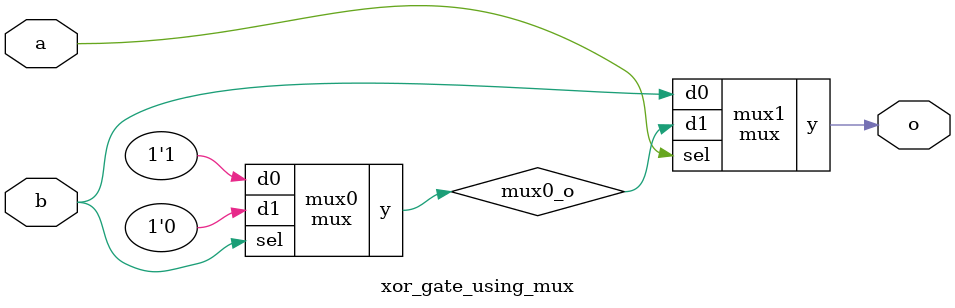
<source format=sv>

module mux
(
  input  d0, d1,
  input  sel,
  output y
);

  assign y = sel ? d1 : d0;

endmodule

//----------------------------------------------------------------------------
// Task
//----------------------------------------------------------------------------

module xor_gate_using_mux
(
    input  a,
    input  b,
    output o
);

  // Task:
  // Implement xor gate using instance(s) of mux,
  // constants 0 and 1, and wire connections

  wire mux0_o;

  mux mux0(.d0(1'b1), .d1(1'b0), .sel(b), .y(mux0_o));
  mux mux1(.d0(b), .d1(mux0_o), .sel(a), .y(o));

endmodule

</source>
